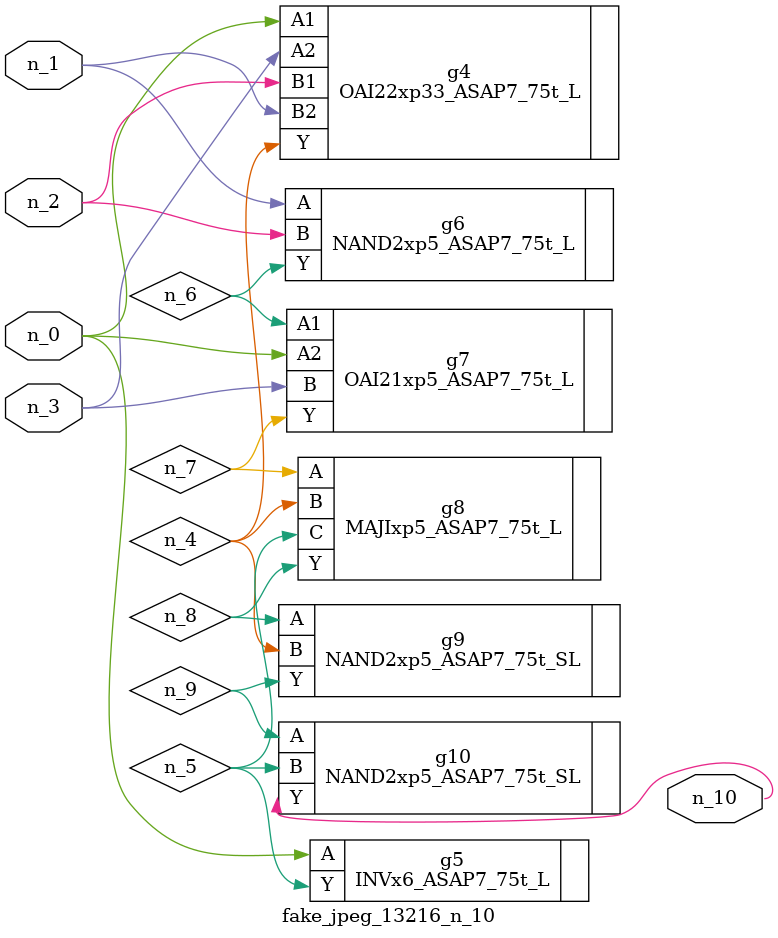
<source format=v>
module fake_jpeg_13216_n_10 (n_0, n_3, n_2, n_1, n_10);

input n_0;
input n_3;
input n_2;
input n_1;

output n_10;

wire n_4;
wire n_8;
wire n_9;
wire n_6;
wire n_5;
wire n_7;

OAI22xp33_ASAP7_75t_L g4 ( 
.A1(n_0),
.A2(n_3),
.B1(n_2),
.B2(n_1),
.Y(n_4)
);

INVx6_ASAP7_75t_L g5 ( 
.A(n_0),
.Y(n_5)
);

NAND2xp5_ASAP7_75t_L g6 ( 
.A(n_1),
.B(n_2),
.Y(n_6)
);

OAI21xp5_ASAP7_75t_L g7 ( 
.A1(n_6),
.A2(n_0),
.B(n_3),
.Y(n_7)
);

MAJIxp5_ASAP7_75t_L g8 ( 
.A(n_7),
.B(n_4),
.C(n_5),
.Y(n_8)
);

NAND2xp5_ASAP7_75t_SL g9 ( 
.A(n_8),
.B(n_4),
.Y(n_9)
);

NAND2xp5_ASAP7_75t_SL g10 ( 
.A(n_9),
.B(n_5),
.Y(n_10)
);


endmodule
</source>
